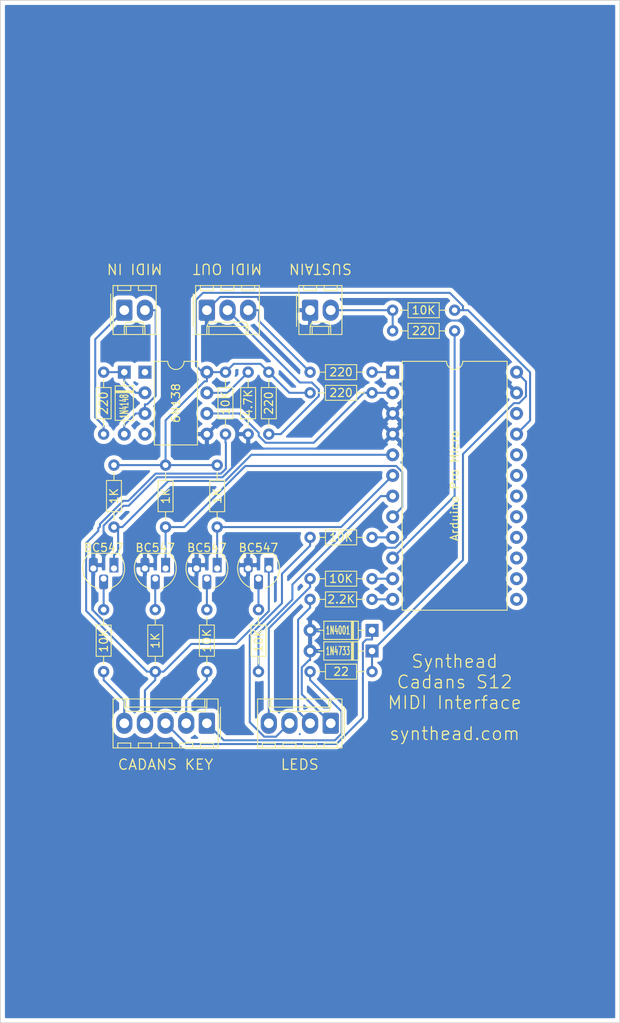
<source format=kicad_pcb>
(kicad_pcb (version 20171130) (host pcbnew 5.1.6)
  (title_block (title "Synthead Cadans S12 MIDI Interface") (date 2020-08-23) (rev 1))
  (layers (0 F.Cu signal) (31 B.Cu signal) (34 B.Paste user) (35 F.Paste user) (36 B.SilkS user) (37 F.SilkS user) (38 B.Mask user) (39 F.Mask user) (44 Edge.Cuts user))
  (net 0 "")
  (net 1 "Net-(D1-Pad1)")
  (net 2 "Net-(D1-Pad2)")
  (net 3 GNDREF)
  (net 4 "Net-(D2-Pad1)")
  (net 5 "Net-(D3-Pad1)")
  (net 6 "Net-(J4-Pad1)")
  (net 7 "Net-(J4-Pad2)")
  (net 8 "Net-(J4-Pad4)")
  (net 9 "Net-(J4-Pad5)")
  (net 10 "Net-(J5-Pad1)")
  (net 11 "Net-(J10-Pad2)")
  (net 12 "Net-(J10-Pad3)")
  (net 13 "Net-(J10-Pad4)")
  (net 14 "Net-(J12-Pad2)")
  (net 15 "Net-(J12-Pad3)")
  (net 16 "Net-(J14-Pad2)")
  (net 17 "Net-(Q1-Pad2)")
  (net 18 "Net-(Q1-Pad1)")
  (net 19 "Net-(Q2-Pad2)")
  (net 20 "Net-(Q2-Pad1)")
  (net 21 "Net-(Q3-Pad2)")
  (net 22 "Net-(Q4-Pad1)")
  (net 23 "Net-(Q4-Pad2)")
  (net 24 +5V)
  (net 25 "Net-(R6-Pad1)")
  (net 26 "Net-(R7-Pad1)")
  (net 27 "Net-(R8-Pad2)")
  (net 28 "Net-(R13-Pad2)")
  (net 29 "Net-(R16-Pad1)")
  (net 30 "Net-(R17-Pad1)")
  (net 31 "Net-(R18-Pad1)")
  (net 32 "Net-(R19-Pad1)")
  (module cadans-s12-midi:ProMicro (layer F.Cu) (at 160.02 88.9)
    (fp_text reference "Arduino Pro Micro" (at 0 1.27 270) (layer F.SilkS))
    (fp_text value ProMicro)
    (pad 11 thru_hole circle (at -7.62 12.7) (size 1.6 1.6) (drill 0.8) (layers *.Cu *.Mask) (net 32 "Net-(R19-Pad1)"))
    (pad 6 thru_hole circle (at -7.62 0) (size 1.6 1.6) (drill 0.8) (layers *.Cu *.Mask) (net 20 "Net-(Q2-Pad1)"))
    (pad 12 thru_hole circle (at -7.62 15.24) (size 1.6 1.6) (drill 0.8) (layers *.Cu *.Mask) (net 30 "Net-(R17-Pad1)"))
    (pad 23 thru_hole circle (at 7.62 -10.16) (size 1.6 1.6) (drill 0.8) (layers *.Cu *.Mask) (net 3 GNDREF))
    (pad 15 thru_hole circle (at 7.62 10.16) (size 1.6 1.6) (drill 0.8) (layers *.Cu *.Mask))
    (pad 20 thru_hole circle (at 7.62 -2.54) (size 1.6 1.6) (drill 0.8) (layers *.Cu *.Mask))
    (pad 24 thru_hole circle (at 7.62 -12.7) (size 1.6 1.6) (drill 0.8) (layers *.Cu *.Mask) (net 5 "Net-(D3-Pad1)"))
    (pad 17 thru_hole circle (at 7.62 5.08) (size 1.6 1.6) (drill 0.8) (layers *.Cu *.Mask))
    (pad 16 thru_hole circle (at 7.62 7.62) (size 1.6 1.6) (drill 0.8) (layers *.Cu *.Mask))
    (pad 9 thru_hole circle (at -7.62 7.62) (size 1.6 1.6) (drill 0.8) (layers *.Cu *.Mask) (net 31 "Net-(R18-Pad1)"))
    (pad 22 thru_hole circle (at 7.62 -7.62) (size 1.6 1.6) (drill 0.8) (layers *.Cu *.Mask))
    (pad 8 thru_hole circle (at -7.62 5.08) (size 1.6 1.6) (drill 0.8) (layers *.Cu *.Mask) (net 22 "Net-(Q4-Pad1)"))
    (pad 14 thru_hole circle (at 7.62 12.7) (size 1.6 1.6) (drill 0.8) (layers *.Cu *.Mask))
    (pad 19 thru_hole circle (at 7.62 0) (size 1.6 1.6) (drill 0.8) (layers *.Cu *.Mask))
    (pad 1 thru_hole rect (at -7.62 -12.7) (size 1.6 1.6) (drill 0.8) (layers *.Cu *.Mask) (net 28 "Net-(R13-Pad2)"))
    (pad 13 thru_hole circle (at 7.62 15.24) (size 1.6 1.6) (drill 0.8) (layers *.Cu *.Mask))
    (pad 2 thru_hole circle (at -7.62 -10.16) (size 1.6 1.6) (drill 0.8) (layers *.Cu *.Mask) (net 27 "Net-(R8-Pad2)"))
    (pad 3 thru_hole circle (at -7.62 -7.62) (size 1.6 1.6) (drill 0.8) (layers *.Cu *.Mask) (net 3 GNDREF))
    (pad 21 thru_hole circle (at 7.62 -5.08) (size 1.6 1.6) (drill 0.8) (layers *.Cu *.Mask) (net 24 +5V))
    (pad 5 thru_hole circle (at -7.62 -2.54) (size 1.6 1.6) (drill 0.8) (layers *.Cu *.Mask) (net 18 "Net-(Q1-Pad1)"))
    (pad 18 thru_hole circle (at 7.62 2.54) (size 1.6 1.6) (drill 0.8) (layers *.Cu *.Mask))
    (pad 10 thru_hole circle (at -7.62 10.16) (size 1.6 1.6) (drill 0.8) (layers *.Cu *.Mask) (net 29 "Net-(R16-Pad1)"))
    (pad 4 thru_hole circle (at -7.62 -5.08) (size 1.6 1.6) (drill 0.8) (layers *.Cu *.Mask) (net 3 GNDREF))
    (pad 7 thru_hole circle (at -7.62 2.54) (size 1.6 1.6) (drill 0.8) (layers *.Cu *.Mask) (net 25 "Net-(R6-Pad1)"))
  )
  (module Diode_THT:D_DO-35_SOD27_P7.62mm_Horizontal (layer F.Cu) (at 119.38 76.2 270)
    (fp_text reference 1N4148 (at 4.191 0 90) (layer F.SilkS) (effects (font (size 1 0.508) (thickness 0.127))))
    (fp_text value 1N4148)
    (pad 2 thru_hole oval (at 7.62 0 270) (size 1.6 1.6) (drill 0.8) (layers *.Cu *.Mask) (net 2 "Net-(D1-Pad2)"))
    (pad 1 thru_hole rect (at 0 0 270) (size 1.6 1.6) (drill 0.8) (layers *.Cu *.Mask) (net 1 "Net-(D1-Pad1)"))
  )
  (module Diode_THT:D_DO-35_SOD27_P7.62mm_Horizontal (layer F.Cu) (at 149.86 107.95 180)
    (fp_text reference 1N4001 (at 4.191 0) (layer F.SilkS) (effects (font (size 1 0.508) (thickness 0.127))))
    (fp_text value 1N4001)
    (pad 1 thru_hole rect (at 0 0 180) (size 1.6 1.6) (drill 0.8) (layers *.Cu *.Mask) (net 4 "Net-(D2-Pad1)"))
    (pad 2 thru_hole oval (at 7.62 0 180) (size 1.6 1.6) (drill 0.8) (layers *.Cu *.Mask) (net 3 GNDREF))
  )
  (module Diode_THT:D_DO-35_SOD27_P7.62mm_Horizontal (layer F.Cu) (at 149.86 110.49 180)
    (fp_text reference 1N4733 (at 4.191 0) (layer F.SilkS) (effects (font (size 1 0.508) (thickness 0.127))))
    (fp_text value 1N4733)
    (pad 1 thru_hole rect (at 0 0 180) (size 1.6 1.6) (drill 0.8) (layers *.Cu *.Mask) (net 5 "Net-(D3-Pad1)"))
    (pad 2 thru_hole oval (at 7.62 0 180) (size 1.6 1.6) (drill 0.8) (layers *.Cu *.Mask) (net 3 GNDREF))
  )
  (module cadans-s12-midi:Molex_KK_254_5 (layer F.Cu) (at 129.54 119.38 180)
    (fp_text reference "CADANS KEY" (at 5.08 -5.08) (layer F.SilkS) (effects (font (size 1.27 1.27))))
    (fp_text value KEY)
    (pad 1 thru_hole roundrect (at 0 0 180) (size 2 2.6) (drill 1.19) (layers *.Cu *.Mask) (roundrect_rratio 0.144) (net 6 "Net-(J4-Pad1)"))
    (pad 2 thru_hole oval (at 2.54 0 180) (size 2 2.6) (drill 1.19) (layers *.Cu *.Mask) (net 7 "Net-(J4-Pad2)"))
    (pad 3 thru_hole oval (at 5.08 0 180) (size 2 2.6) (drill 1.19) (layers *.Cu *.Mask) (net 4 "Net-(D2-Pad1)"))
    (pad 4 thru_hole oval (at 7.62 0 180) (size 2 2.6) (drill 1.19) (layers *.Cu *.Mask) (net 8 "Net-(J4-Pad4)"))
    (pad 5 thru_hole oval (at 10.16 0 180) (size 2 2.6) (drill 1.19) (layers *.Cu *.Mask) (net 9 "Net-(J4-Pad5)"))
  )
  (module cadans-s12-midi:Molex_KK_254_2 (layer F.Cu) (at 119.38 68.58)
    (fp_text reference "MIDI IN" (at 1.27 -5.08 180 unlocked) (layer F.SilkS) (effects (font (size 1.27 1.27))))
    (fp_text value "MIDI in")
    (pad 1 thru_hole roundrect (at 0 0) (size 2 2.6) (drill 1.19) (layers *.Cu *.Mask) (roundrect_rratio 0.144) (net 10 "Net-(J5-Pad1)"))
    (pad 2 thru_hole oval (at 2.54 0) (size 2 2.6) (drill 1.19) (layers *.Cu *.Mask) (net 2 "Net-(D1-Pad2)"))
  )
  (module cadans-s12-midi:Molex_KK_254_4 (layer F.Cu) (at 144.78 119.38 180)
    (fp_text reference LEDS (at 3.81 -5.08) (layer F.SilkS) (effects (font (size 1.27 1.27))))
    (fp_text value LEDs)
    (pad 1 thru_hole roundrect (at 0 0 180) (size 2 2.6) (drill 1.19) (layers *.Cu *.Mask) (roundrect_rratio 0.144) (net 3 GNDREF))
    (pad 2 thru_hole oval (at 2.54 0 180) (size 2 2.6) (drill 1.19) (layers *.Cu *.Mask) (net 11 "Net-(J10-Pad2)"))
    (pad 3 thru_hole oval (at 5.08 0 180) (size 2 2.6) (drill 1.19) (layers *.Cu *.Mask) (net 12 "Net-(J10-Pad3)"))
    (pad 4 thru_hole oval (at 7.62 0 180) (size 2 2.6) (drill 1.19) (layers *.Cu *.Mask) (net 13 "Net-(J10-Pad4)"))
  )
  (module cadans-s12-midi:Molex_KK_254_3 (layer F.Cu) (at 129.54 68.58)
    (fp_text reference "MIDI OUT" (at 2.54 -5.08 180 unlocked) (layer F.SilkS) (effects (font (size 1.27 1.27))))
    (fp_text value "MIDI out")
    (pad 1 thru_hole roundrect (at 0 0) (size 2 2.6) (drill 1.19) (layers *.Cu *.Mask) (roundrect_rratio 0.144) (net 3 GNDREF))
    (pad 2 thru_hole oval (at 2.54 0) (size 2 2.6) (drill 1.19) (layers *.Cu *.Mask) (net 14 "Net-(J12-Pad2)"))
    (pad 3 thru_hole oval (at 5.08 0) (size 2 2.6) (drill 1.19) (layers *.Cu *.Mask) (net 15 "Net-(J12-Pad3)"))
  )
  (module cadans-s12-midi:Molex_KK_254_2 (layer F.Cu) (at 142.24 68.58)
    (fp_text reference SUSTAIN (at 1.27 -5.08 180 unlocked) (layer F.SilkS) (effects (font (size 1.27 1.27))))
    (fp_text value Sustain)
    (pad 2 thru_hole oval (at 2.54 0) (size 2 2.6) (drill 1.19) (layers *.Cu *.Mask) (net 16 "Net-(J14-Pad2)"))
    (pad 1 thru_hole roundrect (at 0 0) (size 2 2.6) (drill 1.19) (layers *.Cu *.Mask) (roundrect_rratio 0.144) (net 3 GNDREF))
  )
  (module Package_TO_SOT_THT:TO-92L_HandSolder (layer F.Cu) (at 118.11 100.33 180)
    (fp_text reference BC547 (at 1.27 2.54) (layer F.SilkS))
    (fp_text value BC547)
    (pad 1 thru_hole rect (at 0 0 180) (size 1.1 1.8) (drill 0.75 (offset 0 0.4)) (layers *.Cu *.Mask) (net 18 "Net-(Q1-Pad1)"))
    (pad 3 thru_hole roundrect (at 2.54 0 180) (size 1.1 1.8) (drill 0.75 (offset 0 0.4)) (layers *.Cu *.Mask) (net 3 GNDREF))
    (pad 2 thru_hole roundrect (at 1.27 -1.27 180) (size 1.1 1.8) (drill 0.75 (offset 0 -0.4)) (layers *.Cu *.Mask) (net 17 "Net-(Q1-Pad2)"))
  )
  (module Package_TO_SOT_THT:TO-92L_HandSolder (layer F.Cu) (at 130.81 100.33 180)
    (fp_text reference BC547 (at 1.27 2.54) (layer F.SilkS))
    (fp_text value BC547)
    (pad 1 thru_hole rect (at 0 0 180) (size 1.1 1.8) (drill 0.75 (offset 0 0.4)) (layers *.Cu *.Mask) (net 20 "Net-(Q2-Pad1)"))
    (pad 3 thru_hole roundrect (at 2.54 0 180) (size 1.1 1.8) (drill 0.75 (offset 0 0.4)) (layers *.Cu *.Mask) (net 3 GNDREF))
    (pad 2 thru_hole roundrect (at 1.27 -1.27 180) (size 1.1 1.8) (drill 0.75 (offset 0 -0.4)) (layers *.Cu *.Mask) (net 19 "Net-(Q2-Pad2)"))
  )
  (module Package_TO_SOT_THT:TO-92L_HandSolder (layer F.Cu) (at 137.16 100.33 180)
    (fp_text reference BC547 (at 1.27 2.54) (layer F.SilkS))
    (fp_text value BC547)
    (pad 2 thru_hole roundrect (at 1.27 -1.27 180) (size 1.1 1.8) (drill 0.75 (offset 0 -0.4)) (layers *.Cu *.Mask) (net 21 "Net-(Q3-Pad2)"))
    (pad 3 thru_hole roundrect (at 2.54 0 180) (size 1.1 1.8) (drill 0.75 (offset 0 0.4)) (layers *.Cu *.Mask) (net 3 GNDREF))
    (pad 1 thru_hole rect (at 0 0 180) (size 1.1 1.8) (drill 0.75 (offset 0 0.4)) (layers *.Cu *.Mask) (net 8 "Net-(J4-Pad4)"))
  )
  (module Package_TO_SOT_THT:TO-92L_HandSolder (layer F.Cu) (at 124.46 100.33 180)
    (fp_text reference BC547 (at 1.27 2.54) (layer F.SilkS))
    (fp_text value BC547)
    (pad 2 thru_hole roundrect (at 1.27 -1.27 180) (size 1.1 1.8) (drill 0.75 (offset 0 -0.4)) (layers *.Cu *.Mask) (net 23 "Net-(Q4-Pad2)"))
    (pad 3 thru_hole roundrect (at 2.54 0 180) (size 1.1 1.8) (drill 0.75 (offset 0 0.4)) (layers *.Cu *.Mask) (net 3 GNDREF))
    (pad 1 thru_hole rect (at 0 0 180) (size 1.1 1.8) (drill 0.75 (offset 0 0.4)) (layers *.Cu *.Mask) (net 22 "Net-(Q4-Pad1)"))
  )
  (module Resistor_THT:R_Axial_DIN0204_L3.6mm_D1.6mm_P7.62mm_Horizontal (layer F.Cu) (at 116.84 105.41 270)
    (fp_text reference 10K (at 3.81 0 90) (layer F.SilkS))
    (fp_text value 10K)
    (pad 1 thru_hole circle (at 0 0 270) (size 1.4 1.4) (drill 0.7) (layers *.Cu *.Mask) (net 17 "Net-(Q1-Pad2)"))
    (pad 2 thru_hole oval (at 7.62 0 270) (size 1.4 1.4) (drill 0.7) (layers *.Cu *.Mask) (net 9 "Net-(J4-Pad5)"))
  )
  (module Resistor_THT:R_Axial_DIN0204_L3.6mm_D1.6mm_P7.62mm_Horizontal (layer F.Cu) (at 118.11 87.63 270)
    (fp_text reference 1K (at 3.81 0 90) (layer F.SilkS))
    (fp_text value 1K)
    (pad 2 thru_hole oval (at 7.62 0 270) (size 1.4 1.4) (drill 0.7) (layers *.Cu *.Mask) (net 18 "Net-(Q1-Pad1)"))
    (pad 1 thru_hole circle (at 0 0 270) (size 1.4 1.4) (drill 0.7) (layers *.Cu *.Mask) (net 24 +5V))
  )
  (module Resistor_THT:R_Axial_DIN0204_L3.6mm_D1.6mm_P7.62mm_Horizontal (layer F.Cu) (at 129.54 105.41 270)
    (fp_text reference 10K (at 3.81 0 90) (layer F.SilkS))
    (fp_text value 10K)
    (pad 1 thru_hole circle (at 0 0 270) (size 1.4 1.4) (drill 0.7) (layers *.Cu *.Mask) (net 19 "Net-(Q2-Pad2)"))
    (pad 2 thru_hole oval (at 7.62 0 270) (size 1.4 1.4) (drill 0.7) (layers *.Cu *.Mask) (net 7 "Net-(J4-Pad2)"))
  )
  (module Resistor_THT:R_Axial_DIN0204_L3.6mm_D1.6mm_P7.62mm_Horizontal (layer F.Cu) (at 130.81 87.63 270)
    (fp_text reference 1K (at 3.81 0 90) (layer F.SilkS))
    (fp_text value 1K)
    (pad 2 thru_hole oval (at 7.62 0 270) (size 1.4 1.4) (drill 0.7) (layers *.Cu *.Mask) (net 20 "Net-(Q2-Pad1)"))
    (pad 1 thru_hole circle (at 0 0 270) (size 1.4 1.4) (drill 0.7) (layers *.Cu *.Mask) (net 24 +5V))
  )
  (module Resistor_THT:R_Axial_DIN0204_L3.6mm_D1.6mm_P7.62mm_Horizontal (layer F.Cu) (at 116.84 76.2 270)
    (fp_text reference 220 (at 3.81 0 90) (layer F.SilkS))
    (fp_text value 220)
    (pad 2 thru_hole oval (at 7.62 0 270) (size 1.4 1.4) (drill 0.7) (layers *.Cu *.Mask) (net 10 "Net-(J5-Pad1)"))
    (pad 1 thru_hole circle (at 0 0 270) (size 1.4 1.4) (drill 0.7) (layers *.Cu *.Mask) (net 1 "Net-(D1-Pad1)"))
  )
  (module Resistor_THT:R_Axial_DIN0204_L3.6mm_D1.6mm_P7.62mm_Horizontal (layer F.Cu) (at 135.89 113.03 90)
    (fp_text reference 10K (at 3.81 0 90) (layer F.SilkS))
    (fp_text value 10K)
    (pad 2 thru_hole oval (at 7.62 0 90) (size 1.4 1.4) (drill 0.7) (layers *.Cu *.Mask) (net 21 "Net-(Q3-Pad2)"))
    (pad 1 thru_hole circle (at 0 0 90) (size 1.4 1.4) (drill 0.7) (layers *.Cu *.Mask) (net 25 "Net-(R6-Pad1)"))
  )
  (module Resistor_THT:R_Axial_DIN0204_L3.6mm_D1.6mm_P7.62mm_Horizontal (layer F.Cu) (at 134.62 76.2 270)
    (fp_text reference 4.7K (at 3.81 0 90) (layer F.SilkS))
    (fp_text value 4.7K)
    (pad 1 thru_hole circle (at 0 0 270) (size 1.4 1.4) (drill 0.7) (layers *.Cu *.Mask) (net 26 "Net-(R7-Pad1)"))
    (pad 2 thru_hole oval (at 7.62 0 270) (size 1.4 1.4) (drill 0.7) (layers *.Cu *.Mask) (net 3 GNDREF))
  )
  (module Resistor_THT:R_Axial_DIN0204_L3.6mm_D1.6mm_P7.62mm_Horizontal (layer F.Cu) (at 142.24 78.74)
    (fp_text reference 220 (at 3.81 0) (layer F.SilkS))
    (fp_text value 220)
    (pad 1 thru_hole circle (at 0 0) (size 1.4 1.4) (drill 0.7) (layers *.Cu *.Mask) (net 24 +5V))
    (pad 2 thru_hole oval (at 7.62 0) (size 1.4 1.4) (drill 0.7) (layers *.Cu *.Mask) (net 27 "Net-(R8-Pad2)"))
  )
  (module Resistor_THT:R_Axial_DIN0204_L3.6mm_D1.6mm_P7.62mm_Horizontal (layer F.Cu) (at 131.829 76.2 270)
    (fp_text reference 10K (at 3.81 0.003 90) (layer F.SilkS))
    (fp_text value 10K)
    (pad 1 thru_hole circle (at 0 0 270) (size 1.4 1.4) (drill 0.7) (layers *.Cu *.Mask) (net 24 +5V))
    (pad 2 thru_hole oval (at 7.62 0 270) (size 1.4 1.4) (drill 0.7) (layers *.Cu *.Mask) (net 8 "Net-(J4-Pad4)"))
  )
  (module Resistor_THT:R_Axial_DIN0204_L3.6mm_D1.6mm_P7.62mm_Horizontal (layer F.Cu) (at 123.19 105.41 270)
    (fp_text reference 1K (at 3.81 0 90) (layer F.SilkS))
    (fp_text value 1K)
    (pad 2 thru_hole oval (at 7.62 0 270) (size 1.4 1.4) (drill 0.7) (layers *.Cu *.Mask) (net 8 "Net-(J4-Pad4)"))
    (pad 1 thru_hole circle (at 0 0 270) (size 1.4 1.4) (drill 0.7) (layers *.Cu *.Mask) (net 23 "Net-(Q4-Pad2)"))
  )
  (module Resistor_THT:R_Axial_DIN0204_L3.6mm_D1.6mm_P7.62mm_Horizontal (layer F.Cu) (at 149.86 113.03 180)
    (fp_text reference 22 (at 3.81 0) (layer F.SilkS))
    (fp_text value 22)
    (pad 1 thru_hole circle (at 0 0 180) (size 1.4 1.4) (drill 0.7) (layers *.Cu *.Mask) (net 5 "Net-(D3-Pad1)"))
    (pad 2 thru_hole oval (at 7.62 0 180) (size 1.4 1.4) (drill 0.7) (layers *.Cu *.Mask) (net 6 "Net-(J4-Pad1)"))
  )
  (module Resistor_THT:R_Axial_DIN0204_L3.6mm_D1.6mm_P7.62mm_Horizontal (layer F.Cu) (at 124.46 87.63 270)
    (fp_text reference 1K (at 3.81 0 90) (layer F.SilkS))
    (fp_text value 1K)
    (pad 2 thru_hole oval (at 7.62 0 270) (size 1.4 1.4) (drill 0.7) (layers *.Cu *.Mask) (net 22 "Net-(Q4-Pad1)"))
    (pad 1 thru_hole circle (at 0 0 270) (size 1.4 1.4) (drill 0.7) (layers *.Cu *.Mask) (net 24 +5V))
  )
  (module Resistor_THT:R_Axial_DIN0204_L3.6mm_D1.6mm_P7.62mm_Horizontal (layer F.Cu) (at 142.24 76.2)
    (fp_text reference 220 (at 3.81 0) (layer F.SilkS))
    (fp_text value 220)
    (pad 1 thru_hole circle (at 0 0) (size 1.4 1.4) (drill 0.7) (layers *.Cu *.Mask) (net 15 "Net-(J12-Pad3)"))
    (pad 2 thru_hole oval (at 7.62 0) (size 1.4 1.4) (drill 0.7) (layers *.Cu *.Mask) (net 28 "Net-(R13-Pad2)"))
  )
  (module Resistor_THT:R_Axial_DIN0204_L3.6mm_D1.6mm_P7.62mm_Horizontal (layer F.Cu) (at 137.16 76.2 270)
    (fp_text reference 220 (at 3.81 0 90) (layer F.SilkS))
    (fp_text value 220)
    (pad 2 thru_hole oval (at 7.62 0 270) (size 1.4 1.4) (drill 0.7) (layers *.Cu *.Mask) (net 14 "Net-(J12-Pad2)"))
    (pad 1 thru_hole circle (at 0 0 270) (size 1.4 1.4) (drill 0.7) (layers *.Cu *.Mask) (net 24 +5V))
  )
  (module Resistor_THT:R_Axial_DIN0204_L3.6mm_D1.6mm_P7.62mm_Horizontal (layer F.Cu) (at 152.4 68.58)
    (fp_text reference 10K (at 3.81 0) (layer F.SilkS))
    (fp_text value 10K)
    (pad 2 thru_hole oval (at 7.62 0) (size 1.4 1.4) (drill 0.7) (layers *.Cu *.Mask) (net 24 +5V))
    (pad 1 thru_hole circle (at 0 0) (size 1.4 1.4) (drill 0.7) (layers *.Cu *.Mask) (net 16 "Net-(J14-Pad2)"))
  )
  (module Resistor_THT:R_Axial_DIN0204_L3.6mm_D1.6mm_P7.62mm_Horizontal (layer F.Cu) (at 160.02 71.12 180)
    (fp_text reference 220 (at 3.81 0) (layer F.SilkS))
    (fp_text value 220)
    (pad 1 thru_hole circle (at 0 0 180) (size 1.4 1.4) (drill 0.7) (layers *.Cu *.Mask) (net 29 "Net-(R16-Pad1)"))
    (pad 2 thru_hole oval (at 7.62 0 180) (size 1.4 1.4) (drill 0.7) (layers *.Cu *.Mask) (net 16 "Net-(J14-Pad2)"))
  )
  (module Resistor_THT:R_Axial_DIN0204_L3.6mm_D1.6mm_P7.62mm_Horizontal (layer F.Cu) (at 149.86 104.14 180)
    (fp_text reference 2.2K (at 3.81 0) (layer F.SilkS))
    (fp_text value 2.2K)
    (pad 2 thru_hole oval (at 7.62 0 180) (size 1.4 1.4) (drill 0.7) (layers *.Cu *.Mask) (net 11 "Net-(J10-Pad2)"))
    (pad 1 thru_hole circle (at 0 0 180) (size 1.4 1.4) (drill 0.7) (layers *.Cu *.Mask) (net 30 "Net-(R17-Pad1)"))
  )
  (module Resistor_THT:R_Axial_DIN0204_L3.6mm_D1.6mm_P7.62mm_Horizontal (layer F.Cu) (at 149.86 96.52 180)
    (fp_text reference 10K (at 3.81 0) (layer F.SilkS))
    (fp_text value 10K)
    (pad 1 thru_hole circle (at 0 0 180) (size 1.4 1.4) (drill 0.7) (layers *.Cu *.Mask) (net 31 "Net-(R18-Pad1)"))
    (pad 2 thru_hole oval (at 7.62 0 180) (size 1.4 1.4) (drill 0.7) (layers *.Cu *.Mask) (net 12 "Net-(J10-Pad3)"))
  )
  (module Resistor_THT:R_Axial_DIN0204_L3.6mm_D1.6mm_P7.62mm_Horizontal (layer F.Cu) (at 149.86 101.6 180)
    (fp_text reference 10K (at 3.81 0) (layer F.SilkS))
    (fp_text value 10K)
    (pad 2 thru_hole oval (at 7.62 0 180) (size 1.4 1.4) (drill 0.7) (layers *.Cu *.Mask) (net 13 "Net-(J10-Pad4)"))
    (pad 1 thru_hole circle (at 0 0 180) (size 1.4 1.4) (drill 0.7) (layers *.Cu *.Mask) (net 32 "Net-(R19-Pad1)"))
  )
  (module Package_DIP:DIP-8_W7.62mm (layer F.Cu) (at 121.92 76.2)
    (fp_text reference 6N138 (at 3.81 3.81 90) (layer F.SilkS))
    (fp_text value 6N138)
    (pad 1 thru_hole rect (at 0 0) (size 1.6 1.6) (drill 0.8) (layers *.Cu *.Mask))
    (pad 5 thru_hole oval (at 7.62 7.62) (size 1.6 1.6) (drill 0.8) (layers *.Cu *.Mask) (net 3 GNDREF))
    (pad 2 thru_hole oval (at 0 2.54) (size 1.6 1.6) (drill 0.8) (layers *.Cu *.Mask) (net 1 "Net-(D1-Pad1)"))
    (pad 6 thru_hole oval (at 7.62 5.08) (size 1.6 1.6) (drill 0.8) (layers *.Cu *.Mask) (net 27 "Net-(R8-Pad2)"))
    (pad 3 thru_hole oval (at 0 5.08) (size 1.6 1.6) (drill 0.8) (layers *.Cu *.Mask) (net 2 "Net-(D1-Pad2)"))
    (pad 7 thru_hole oval (at 7.62 2.54) (size 1.6 1.6) (drill 0.8) (layers *.Cu *.Mask) (net 26 "Net-(R7-Pad1)"))
    (pad 4 thru_hole oval (at 0 7.62) (size 1.6 1.6) (drill 0.8) (layers *.Cu *.Mask))
    (pad 8 thru_hole oval (at 7.62 0) (size 1.6 1.6) (drill 0.8) (layers *.Cu *.Mask) (net 24 +5V))
  )
  (gr_text synthead.com (at 160.02 120.65) (layer F.SilkS) (effects (font (size 1.5748 1.5748))))
  (gr_text "Synthead\nCadans S12\nMIDI Interface" (at 160.02 114.3) (layer F.SilkS) (effects (font (size 1.5748 1.5748))))
  (gr_line (start 180.34 30.48) (end 180.34 156.21) (layer Edge.Cuts) (width 0.1))
  (gr_line (start 104.14 30.48) (end 180.34 30.48) (layer Edge.Cuts) (width 0.1))
  (gr_line (start 104.14 156.21) (end 104.14 30.48) (layer Edge.Cuts) (width 0.1))
  (gr_line (start 180.34 156.21) (end 104.14 156.21) (layer Edge.Cuts) (width 0.1))
  (segment (start 119.38 76.2) (end 119.38 77.3253) (width 0.25) (layer B.Cu) (net 1))
  (segment (start 121.92 78.74) (end 120.7947 78.74) (width 0.25) (layer B.Cu) (net 1))
  (segment (start 120.7947 78.74) (end 119.38 77.3253) (width 0.25) (layer B.Cu) (net 1))
  (segment (start 116.84 76.2) (end 119.38 76.2) (width 0.25) (layer B.Cu) (net 1))
  (segment (start 121.92 81.28) (end 121.92 80.1547) (width 0.25) (layer B.Cu) (net 2))
  (segment (start 121.92 68.58) (end 123.2453 68.58) (width 0.25) (layer B.Cu) (net 2))
  (segment (start 123.2453 68.58) (end 123.2453 79.1107) (width 0.25) (layer B.Cu) (net 2))
  (segment (start 123.2453 79.1107) (end 122.2013 80.1547) (width 0.25) (layer B.Cu) (net 2))
  (segment (start 122.2013 80.1547) (end 121.92 80.1547) (width 0.25) (layer B.Cu) (net 2))
  (segment (start 119.38 83.82) (end 119.38 82.6947) (width 0.25) (layer B.Cu) (net 2))
  (segment (start 121.92 81.28) (end 120.7947 81.28) (width 0.25) (layer B.Cu) (net 2))
  (segment (start 120.7947 81.28) (end 119.38 82.6947) (width 0.25) (layer B.Cu) (net 2))
  (segment (start 129.54 68.58) (end 131.1724 66.9476) (width 0.25) (layer B.Cu) (net 3))
  (segment (start 131.1724 66.9476) (end 140.6076 66.9476) (width 0.25) (layer B.Cu) (net 3))
  (segment (start 153.5932 72.7333) (end 146.3933 72.7333) (width 0.25) (layer B.Cu) (net 3))
  (segment (start 167.64 78.74) (end 161.0453 72.1453) (width 0.25) (layer B.Cu) (net 3))
  (segment (start 160.909 69.85) (end 156.7283 69.85) (width 0.25) (layer B.Cu) (net 3))
  (segment (start 156.2709 70.0556) (end 153.5932 72.7333) (width 0.25) (layer B.Cu) (net 3))
  (segment (start 152.4 81.28) (end 153.5932 80.0868) (width 0.25) (layer B.Cu) (net 3))
  (segment (start 134.62 83.82) (end 133.5947 83.82) (width 0.25) (layer B.Cu) (net 3))
  (segment (start 151.934 84.286) (end 150.8886 85.3314) (width 0.25) (layer B.Cu) (net 3))
  (segment (start 150.884 85.598) (end 134.874 85.598) (width 0.25) (layer B.Cu) (net 3))
  (segment (start 152.4 83.82) (end 151.934 84.286) (width 0.25) (layer B.Cu) (net 3))
  (segment (start 154.0506 96.4668) (end 152.7274 97.79) (width 0.25) (layer B.Cu) (net 3))
  (segment (start 152.7274 97.79) (end 151.2747 97.79) (width 0.25) (layer B.Cu) (net 3))
  (segment (start 151.2747 97.79) (end 142.24 106.8247) (width 0.25) (layer B.Cu) (net 3))
  (segment (start 142.24 107.95) (end 142.24 106.8247) (width 0.25) (layer B.Cu) (net 3))
  (segment (start 116.8311 99.0689) (end 116.8311 95.075) (width 0.25) (layer B.Cu) (net 3))
  (segment (start 116.8311 95.075) (end 119.2744 92.6317) (width 0.25) (layer B.Cu) (net 3))
  (segment (start 119.2744 92.6317) (end 119.9113 92.6317) (width 0.25) (layer B.Cu) (net 3))
  (segment (start 119.9113 92.6317) (end 123.4178 89.1252) (width 0.25) (layer B.Cu) (net 3))
  (segment (start 123.4178 89.1252) (end 131.4684 89.1252) (width 0.25) (layer B.Cu) (net 3))
  (segment (start 131.4684 89.1252) (end 134.8786 85.715) (width 0.25) (layer B.Cu) (net 3))
  (segment (start 134.8786 85.715) (end 134.8786 85.3314) (width 0.25) (layer B.Cu) (net 3))
  (segment (start 134.8786 85.3314) (end 134.8786 85.1039) (width 0.25) (layer B.Cu) (net 3))
  (segment (start 134.62 100.33) (end 134.62 101.7978) (width 0.25) (layer B.Cu) (net 3))
  (segment (start 134.62 83.82) (end 134.62 84.8453) (width 0.25) (layer B.Cu) (net 3))
  (segment (start 142.24 110.49) (end 142.24 107.95) (width 0.25) (layer B.Cu) (net 3))
  (segment (start 142.24 110.49) (end 142.24 111.6153) (width 0.25) (layer B.Cu) (net 3))
  (segment (start 142.24 111.6153) (end 142.1146 111.6153) (width 0.25) (layer B.Cu) (net 3))
  (segment (start 142.1146 111.6153) (end 141.2138 112.5161) (width 0.25) (layer B.Cu) (net 3))
  (segment (start 141.2138 112.5161) (end 141.2138 115.8138) (width 0.25) (layer B.Cu) (net 3))
  (segment (start 141.2138 115.8138) (end 144.78 119.38) (width 0.25) (layer B.Cu) (net 3))
  (segment (start 131.7178 88.8812) (end 135.128 85.471) (width 0.25) (layer B.Cu) (net 3))
  (segment (start 132.6515 87.8866) (end 132.6515 87.503) (width 0.25) (layer B.Cu) (net 3))
  (segment (start 140.6525 68.3178) (end 140.6525 66.9925) (width 0.25) (layer B.Cu) (net 3))
  (segment (start 115.443 105.41) (end 116.4692 106.4362) (width 0.25) (layer B.Cu) (net 3))
  (segment (start 115.8773 105.8443) (end 116.9035 106.8705) (width 0.25) (layer B.Cu) (net 3))
  (segment (start 115.443 105.41) (end 115.443 101.4161) (width 0.25) (layer B.Cu) (net 3))
  (segment (start 115.443 104.8319) (end 115.443 100.838) (width 0.25) (layer B.Cu) (net 3))
  (segment (start 115.5065 105.41) (end 115.5065 101.4161) (width 0.25) (layer B.Cu) (net 3))
  (segment (start 130.81 82.4112) (end 129.9092 83.312) (width 0.25) (layer B.Cu) (net 3))
  (segment (start 130.9488 82.55) (end 130.048 83.4508) (width 0.25) (layer B.Cu) (net 3))
  (segment (start 149.86 107.95) (end 149.86 109.0753) (width 0.25) (layer B.Cu) (net 4))
  (segment (start 124.46 119.38) (end 127.0144 121.9344) (width 0.25) (layer B.Cu) (net 4))
  (segment (start 127.0144 121.9344) (end 145.4773 121.9344) (width 0.25) (layer B.Cu) (net 4))
  (segment (start 145.4773 121.9344) (end 148.7347 118.677) (width 0.25) (layer B.Cu) (net 4))
  (segment (start 148.7347 118.677) (end 148.7347 109.4972) (width 0.25) (layer B.Cu) (net 4))
  (segment (start 148.7347 109.4972) (end 149.1566 109.0753) (width 0.25) (layer B.Cu) (net 4))
  (segment (start 149.1566 109.0753) (end 149.86 109.0753) (width 0.25) (layer B.Cu) (net 4))
  (segment (start 149.86 110.49) (end 161.0455 99.3045) (width 0.25) (layer B.Cu) (net 5))
  (segment (start 161.0455 99.3045) (end 161.0455 86.277) (width 0.25) (layer B.Cu) (net 5))
  (segment (start 161.0455 86.277) (end 167.3125 80.01) (width 0.25) (layer B.Cu) (net 5))
  (segment (start 167.3125 80.01) (end 167.9637 80.01) (width 0.25) (layer B.Cu) (net 5))
  (segment (start 167.9637 80.01) (end 168.8007 79.173) (width 0.25) (layer B.Cu) (net 5))
  (segment (start 168.8007 79.173) (end 168.8007 77.3607) (width 0.25) (layer B.Cu) (net 5))
  (segment (start 168.8007 77.3607) (end 167.64 76.2) (width 0.25) (layer B.Cu) (net 5))
  (segment (start 149.86 113.03) (end 149.86 110.49) (width 0.25) (layer B.Cu) (net 5))
  (segment (start 142.24 114.0553) (end 146.1174 117.9327) (width 0.25) (layer B.Cu) (net 6))
  (segment (start 146.1174 117.9327) (end 146.1174 120.6455) (width 0.25) (layer B.Cu) (net 6))
  (segment (start 146.1174 120.6455) (end 145.2863 121.4766) (width 0.25) (layer B.Cu) (net 6))
  (segment (start 145.2863 121.4766) (end 131.6366 121.4766) (width 0.25) (layer B.Cu) (net 6))
  (segment (start 131.6366 121.4766) (end 129.54 119.38) (width 0.25) (layer B.Cu) (net 6))
  (segment (start 142.24 113.03) (end 142.24 114.0553) (width 0.25) (layer B.Cu) (net 6))
  (segment (start 129.54 113.03) (end 129.54 114.0553) (width 0.25) (layer B.Cu) (net 7))
  (segment (start 129.54 114.0553) (end 127 116.5953) (width 0.25) (layer B.Cu) (net 7))
  (segment (start 127 116.5953) (end 127 119.38) (width 0.25) (layer B.Cu) (net 7))
  (segment (start 131.829 84.8453) (end 131.8798 84.8961) (width 0.25) (layer B.Cu) (net 8))
  (segment (start 131.8798 84.8961) (end 131.8798 88.0766) (width 0.25) (layer B.Cu) (net 8))
  (segment (start 131.8798 88.0766) (end 131.2815 88.6749) (width 0.25) (layer B.Cu) (net 8))
  (segment (start 131.2815 88.6749) (end 123.2312 88.6749) (width 0.25) (layer B.Cu) (net 8))
  (segment (start 123.2312 88.6749) (end 119.884 92.0221) (width 0.25) (layer B.Cu) (net 8))
  (segment (start 119.884 92.0221) (end 119.2471 92.0221) (width 0.25) (layer B.Cu) (net 8))
  (segment (start 119.2471 92.0221) (end 116.3808 94.8884) (width 0.25) (layer B.Cu) (net 8))
  (segment (start 116.3808 94.8884) (end 116.3808 95.2108) (width 0.25) (layer B.Cu) (net 8))
  (segment (start 116.3808 95.2108) (end 116.181 95.4106) (width 0.25) (layer B.Cu) (net 8))
  (segment (start 116.181 95.4106) (end 116.181 95.7251) (width 0.25) (layer B.Cu) (net 8))
  (segment (start 116.181 95.7251) (end 114.6891 97.217) (width 0.25) (layer B.Cu) (net 8))
  (segment (start 114.6891 97.217) (end 114.6891 105.5544) (width 0.25) (layer B.Cu) (net 8))
  (segment (start 114.6891 105.5544) (end 122.1647 113.03) (width 0.25) (layer B.Cu) (net 8))
  (segment (start 131.829 83.82) (end 131.829 84.8453) (width 0.25) (layer B.Cu) (net 8))
  (segment (start 123.19 113.03) (end 122.1647 113.03) (width 0.25) (layer B.Cu) (net 8))
  (segment (start 123.7027 113.03) (end 123.19 113.03) (width 0.25) (layer B.Cu) (net 8))
  (segment (start 124.2153 113.03) (end 127.6222 109.6231) (width 0.25) (layer B.Cu) (net 8))
  (segment (start 127.6222 109.6231) (end 133.1301 109.6231) (width 0.25) (layer B.Cu) (net 8))
  (segment (start 133.1301 109.6231) (end 137.16 105.5932) (width 0.25) (layer B.Cu) (net 8))
  (segment (start 137.16 105.5932) (end 137.16 100.33) (width 0.25) (layer B.Cu) (net 8))
  (segment (start 123.7027 113.03) (end 124.2153 113.03) (width 0.25) (layer B.Cu) (net 8))
  (segment (start 123.19 113.03) (end 123.19 114.0553) (width 0.25) (layer B.Cu) (net 8))
  (segment (start 123.19 114.0553) (end 121.92 115.3253) (width 0.25) (layer B.Cu) (net 8))
  (segment (start 121.92 115.3253) (end 121.92 119.38) (width 0.25) (layer B.Cu) (net 8))
  (segment (start 116.84 113.03) (end 116.84 114.0553) (width 0.25) (layer B.Cu) (net 9))
  (segment (start 116.84 114.0553) (end 119.38 116.5953) (width 0.25) (layer B.Cu) (net 9))
  (segment (start 119.38 116.5953) (end 119.38 119.38) (width 0.25) (layer B.Cu) (net 9))
  (segment (start 116.84 83.82) (end 116.84 82.7947) (width 0.25) (layer B.Cu) (net 10))
  (segment (start 116.84 82.7947) (end 115.8078 81.7625) (width 0.25) (layer B.Cu) (net 10))
  (segment (start 115.8078 81.7625) (end 115.8078 72.1522) (width 0.25) (layer B.Cu) (net 10))
  (segment (start 115.8078 72.1522) (end 119.38 68.58) (width 0.25) (layer B.Cu) (net 10))
  (segment (start 142.24 104.14) (end 142.24 105.1653) (width 0.25) (layer B.Cu) (net 11))
  (segment (start 142.24 105.1653) (end 140.7634 106.6419) (width 0.25) (layer B.Cu) (net 11))
  (segment (start 140.7634 106.6419) (end 140.7634 117.9034) (width 0.25) (layer B.Cu) (net 11))
  (segment (start 140.7634 117.9034) (end 142.24 119.38) (width 0.25) (layer B.Cu) (net 11))
  (segment (start 142.24 96.52) (end 142.24 97.5453) (width 0.25) (layer B.Cu) (net 12))
  (segment (start 142.24 97.5453) (end 138.7775 101.0078) (width 0.25) (layer B.Cu) (net 12))
  (segment (start 138.7775 101.0078) (end 138.7775 104.6126) (width 0.25) (layer B.Cu) (net 12))
  (segment (start 138.7775 104.6126) (end 134.8139 108.5762) (width 0.25) (layer B.Cu) (net 12))
  (segment (start 134.8139 108.5762) (end 134.8139 119.2485) (width 0.25) (layer B.Cu) (net 12))
  (segment (start 134.8139 119.2485) (end 136.5916 121.0262) (width 0.25) (layer B.Cu) (net 12))
  (segment (start 136.5916 121.0262) (end 138.0538 121.0262) (width 0.25) (layer B.Cu) (net 12))
  (segment (start 138.0538 121.0262) (end 139.7 119.38) (width 0.25) (layer B.Cu) (net 12))
  (segment (start 137.16 119.38) (end 137.16 107.7053) (width 0.25) (layer B.Cu) (net 13))
  (segment (start 137.16 107.7053) (end 142.24 102.6253) (width 0.25) (layer B.Cu) (net 13))
  (segment (start 142.24 101.6) (end 142.24 102.6253) (width 0.25) (layer B.Cu) (net 13))
  (segment (start 137.16 83.82) (end 138.6308 83.82) (width 0.25) (layer B.Cu) (net 14))
  (segment (start 138.6308 83.82) (end 143.3188 79.132) (width 0.25) (layer B.Cu) (net 14))
  (segment (start 143.3188 79.132) (end 143.3188 78.3405) (width 0.25) (layer B.Cu) (net 14))
  (segment (start 143.3188 78.3405) (end 142.4483 77.47) (width 0.25) (layer B.Cu) (net 14))
  (segment (start 142.4483 77.47) (end 140.97 77.47) (width 0.25) (layer B.Cu) (net 14))
  (segment (start 140.97 77.47) (end 132.08 68.58) (width 0.25) (layer B.Cu) (net 14))
  (segment (start 134.62 68.58) (end 135.9453 68.58) (width 0.25) (layer B.Cu) (net 15))
  (segment (start 142.24 76.2) (end 135.9453 69.9053) (width 0.25) (layer B.Cu) (net 15))
  (segment (start 135.9453 69.9053) (end 135.9453 68.58) (width 0.25) (layer B.Cu) (net 15))
  (segment (start 152.4 68.58) (end 146.1053 68.58) (width 0.25) (layer B.Cu) (net 16))
  (segment (start 144.78 68.58) (end 146.1053 68.58) (width 0.25) (layer B.Cu) (net 16))
  (segment (start 152.4 68.58) (end 152.4 71.12) (width 0.25) (layer B.Cu) (net 16))
  (segment (start 116.84 105.41) (end 116.84 101.6) (width 0.25) (layer B.Cu) (net 17))
  (segment (start 118.11 100.33) (end 118.11 98.7047) (width 0.25) (layer B.Cu) (net 18))
  (segment (start 118.6227 95.25) (end 118.6227 98.192) (width 0.25) (layer B.Cu) (net 18))
  (segment (start 118.6227 98.192) (end 118.11 98.7047) (width 0.25) (layer B.Cu) (net 18))
  (segment (start 118.6227 95.25) (end 119.1353 95.25) (width 0.25) (layer B.Cu) (net 18))
  (segment (start 118.11 95.25) (end 118.6227 95.25) (width 0.25) (layer B.Cu) (net 18))
  (segment (start 119.1353 95.25) (end 124.8098 89.5755) (width 0.25) (layer B.Cu) (net 18))
  (segment (start 124.8098 89.5755) (end 131.7969 89.5755) (width 0.25) (layer B.Cu) (net 18))
  (segment (start 131.7969 89.5755) (end 135.0124 86.36) (width 0.25) (layer B.Cu) (net 18))
  (segment (start 135.0124 86.36) (end 152.4 86.36) (width 0.25) (layer B.Cu) (net 18))
  (segment (start 129.54 105.41) (end 129.54 101.6) (width 0.25) (layer B.Cu) (net 19))
  (segment (start 131.8353 95.25) (end 146.05 95.25) (width 0.25) (layer B.Cu) (net 20))
  (segment (start 146.05 95.25) (end 152.4 88.9) (width 0.25) (layer B.Cu) (net 20))
  (segment (start 130.81 95.25) (end 131.8353 95.25) (width 0.25) (layer B.Cu) (net 20))
  (segment (start 130.81 100.33) (end 130.81 95.25) (width 0.25) (layer B.Cu) (net 20))
  (segment (start 135.89 105.41) (end 135.89 101.6) (width 0.25) (layer B.Cu) (net 21))
  (segment (start 125.4853 95.25) (end 126.7593 95.25) (width 0.25) (layer B.Cu) (net 22))
  (segment (start 126.7593 95.25) (end 134.2688 87.7405) (width 0.25) (layer B.Cu) (net 22))
  (segment (start 134.2688 87.7405) (end 152.8364 87.7405) (width 0.25) (layer B.Cu) (net 22))
  (segment (start 152.8364 87.7405) (end 153.5651 88.4692) (width 0.25) (layer B.Cu) (net 22))
  (segment (start 153.5651 88.4692) (end 153.5651 92.8149) (width 0.25) (layer B.Cu) (net 22))
  (segment (start 153.5651 92.8149) (end 152.4 93.98) (width 0.25) (layer B.Cu) (net 22))
  (segment (start 124.46 95.25) (end 125.4853 95.25) (width 0.25) (layer B.Cu) (net 22))
  (segment (start 124.46 100.33) (end 124.46 95.25) (width 0.25) (layer B.Cu) (net 22))
  (segment (start 123.19 105.41) (end 123.19 101.6) (width 0.25) (layer B.Cu) (net 23))
  (segment (start 161.0453 68.58) (end 161.664 68.58) (width 0.25) (layer B.Cu) (net 24))
  (segment (start 161.664 68.58) (end 169.3028 76.2188) (width 0.25) (layer B.Cu) (net 24))
  (segment (start 169.3028 76.2188) (end 169.3028 82.1572) (width 0.25) (layer B.Cu) (net 24))
  (segment (start 169.3028 82.1572) (end 167.64 83.82) (width 0.25) (layer B.Cu) (net 24))
  (segment (start 161.0453 68.58) (end 161.0453 68.0668) (width 0.25) (layer B.Cu) (net 24))
  (segment (start 161.0453 68.0668) (end 159.423 66.4445) (width 0.25) (layer B.Cu) (net 24))
  (segment (start 159.423 66.4445) (end 129.0646 66.4445) (width 0.25) (layer B.Cu) (net 24))
  (segment (start 129.0646 66.4445) (end 128.1989 67.3102) (width 0.25) (layer B.Cu) (net 24))
  (segment (start 128.1989 67.3102) (end 128.1989 75.4215) (width 0.25) (layer B.Cu) (net 24))
  (segment (start 128.1989 75.4215) (end 129.54 76.7626) (width 0.25) (layer B.Cu) (net 24))
  (segment (start 160.02 68.58) (end 161.0453 68.58) (width 0.25) (layer B.Cu) (net 24))
  (segment (start 131.829 76.2) (end 132.8544 75.1746) (width 0.25) (layer B.Cu) (net 24))
  (segment (start 132.8544 75.1746) (end 136.1346 75.1746) (width 0.25) (layer B.Cu) (net 24))
  (segment (start 136.1346 75.1746) (end 137.16 76.2) (width 0.25) (layer B.Cu) (net 24))
  (segment (start 131.829 76.2) (end 129.54 76.2) (width 0.25) (layer B.Cu) (net 24))
  (segment (start 124.46 87.63) (end 130.81 87.63) (width 0.25) (layer B.Cu) (net 24))
  (segment (start 124.46 87.63) (end 124.46 82.124) (width 0.25) (layer B.Cu) (net 24))
  (segment (start 124.46 82.124) (end 129.2587 77.3253) (width 0.25) (layer B.Cu) (net 24))
  (segment (start 129.2587 77.3253) (end 129.54 77.3253) (width 0.25) (layer B.Cu) (net 24))
  (segment (start 129.54 76.7626) (end 129.54 77.3253) (width 0.25) (layer B.Cu) (net 24))
  (segment (start 129.54 76.2) (end 129.54 76.7626) (width 0.25) (layer B.Cu) (net 24))
  (segment (start 137.16 76.2) (end 139.7 78.74) (width 0.25) (layer B.Cu) (net 24))
  (segment (start 139.7 78.74) (end 142.24 78.74) (width 0.25) (layer B.Cu) (net 24))
  (segment (start 124.46 87.63) (end 118.11 87.63) (width 0.25) (layer B.Cu) (net 24))
  (segment (start 135.89 113.03) (end 135.89 108.3384) (width 0.25) (layer B.Cu) (net 25))
  (segment (start 135.89 108.3384) (end 140.062 104.1664) (width 0.25) (layer B.Cu) (net 25))
  (segment (start 140.062 104.1664) (end 140.062 102.3205) (width 0.25) (layer B.Cu) (net 25))
  (segment (start 140.062 102.3205) (end 150.9425 91.44) (width 0.25) (layer B.Cu) (net 25))
  (segment (start 150.9425 91.44) (end 152.4 91.44) (width 0.25) (layer B.Cu) (net 25))
  (segment (start 134.62 76.2) (end 132.08 78.74) (width 0.25) (layer B.Cu) (net 26))
  (segment (start 132.08 78.74) (end 129.54 78.74) (width 0.25) (layer B.Cu) (net 26))
  (segment (start 149.86 78.74) (end 148.8347 78.74) (width 0.25) (layer B.Cu) (net 27))
  (segment (start 129.54 81.28) (end 133.5397 81.28) (width 0.25) (layer B.Cu) (net 27))
  (segment (start 133.5397 81.28) (end 135.9173 83.6576) (width 0.25) (layer B.Cu) (net 27))
  (segment (start 135.9173 83.6576) (end 135.9173 84.0289) (width 0.25) (layer B.Cu) (net 27))
  (segment (start 135.9173 84.0289) (end 136.7694 84.881) (width 0.25) (layer B.Cu) (net 27))
  (segment (start 136.7694 84.881) (end 142.6937 84.881) (width 0.25) (layer B.Cu) (net 27))
  (segment (start 142.6937 84.881) (end 148.8347 78.74) (width 0.25) (layer B.Cu) (net 27))
  (segment (start 152.4 78.74) (end 149.86 78.74) (width 0.25) (layer B.Cu) (net 27))
  (segment (start 149.86 76.2) (end 152.4 76.2) (width 0.25) (layer B.Cu) (net 28))
  (segment (start 160.02 71.12) (end 160.02 91.44) (width 0.25) (layer B.Cu) (net 29))
  (segment (start 160.02 91.44) (end 152.4 99.06) (width 0.25) (layer B.Cu) (net 29))
  (segment (start 149.86 104.14) (end 152.4 104.14) (width 0.25) (layer B.Cu) (net 30))
  (segment (start 149.86 96.52) (end 152.4 96.52) (width 0.25) (layer B.Cu) (net 31))
  (segment (start 149.86 101.6) (end 152.4 101.6) (width 0.25) (layer B.Cu) (net 32))
  (zone (net 3) (net_name GNDREF) (layer B.Cu) (connect_pads (clearance 0.508)) (min_thickness 0.254) (fill yes (arc_segments 32) (thermal_gap 0.508) (thermal_bridge_width 0.508))
    (polygon (pts (xy 177.8 153.67) (xy 106.68 153.67) (xy 106.68 33.02) (xy 177.8 33.02)))
  )
  (zone (net 0) (net_name "") (layer B.Cu) (connect_pads (clearance 0.508)) (min_thickness 0.254) (fill yes (arc_segments 32) (thermal_gap 0.508) (thermal_bridge_width 0.508))
    (polygon (pts (xy 180.34 156.21) (xy 104.14 156.21) (xy 104.14 30.48) (xy 180.34 30.48)))
  )
)
</source>
